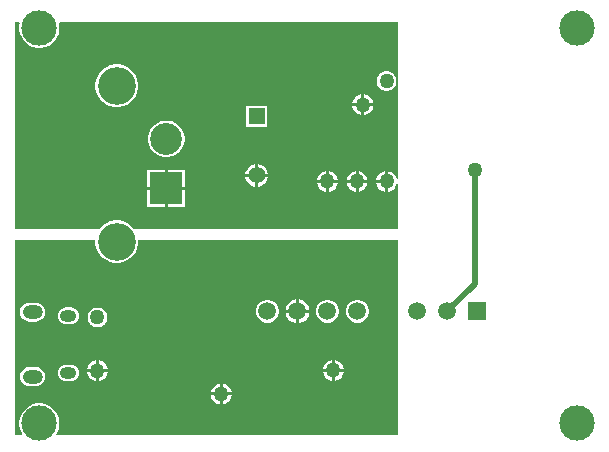
<source format=gbl>
G04*
G04 #@! TF.GenerationSoftware,Altium Limited,Altium Designer,21.7.1 (17)*
G04*
G04 Layer_Physical_Order=2*
G04 Layer_Color=16711680*
%FSLAX25Y25*%
%MOIN*%
G70*
G04*
G04 #@! TF.SameCoordinates,6A9AB2AD-3E5E-4466-BBF7-A39550D9A4E3*
G04*
G04*
G04 #@! TF.FilePolarity,Positive*
G04*
G01*
G75*
%ADD17C,0.01968*%
%ADD48R,0.05937X0.05937*%
%ADD49C,0.05937*%
%ADD50O,0.06693X0.04724*%
%ADD51O,0.05512X0.03937*%
%ADD52R,0.10630X0.10630*%
%ADD53C,0.10630*%
%ADD54C,0.12598*%
%ADD55R,0.05512X0.05512*%
%ADD56C,0.05512*%
%ADD57C,0.11811*%
%ADD58C,0.05000*%
G36*
X129528Y5906D02*
X15792D01*
X15556Y6346D01*
X15774Y6672D01*
X16278Y7890D01*
X16535Y9183D01*
Y10502D01*
X16278Y11795D01*
X15774Y13013D01*
X15041Y14109D01*
X14109Y15041D01*
X13013Y15774D01*
X11795Y16278D01*
X10502Y16535D01*
X9183D01*
X7890Y16278D01*
X6672Y15774D01*
X5576Y15041D01*
X4644Y14109D01*
X3911Y13013D01*
X3407Y11795D01*
X3150Y10502D01*
Y9183D01*
X3407Y7890D01*
X3911Y6672D01*
X4129Y6346D01*
X3893Y5906D01*
X1575D01*
Y70866D01*
X28543D01*
Y69775D01*
X28816Y68405D01*
X29350Y67116D01*
X30125Y65955D01*
X31113Y64968D01*
X32273Y64192D01*
X33563Y63658D01*
X34932Y63386D01*
X36328D01*
X37697Y63658D01*
X38987Y64192D01*
X40147Y64968D01*
X41135Y65955D01*
X41910Y67116D01*
X42444Y68405D01*
X42717Y69775D01*
Y70866D01*
X129528D01*
Y5906D01*
D02*
G37*
G36*
Y91313D02*
X129028Y91247D01*
X128852Y91902D01*
X128391Y92700D01*
X127740Y93352D01*
X126942Y93813D01*
X126091Y94041D01*
Y90551D01*
Y87062D01*
X126942Y87290D01*
X127740Y87751D01*
X128391Y88402D01*
X128852Y89200D01*
X129028Y89855D01*
X129528Y89789D01*
Y74803D01*
X41259D01*
X41135Y74990D01*
X40147Y75977D01*
X38987Y76753D01*
X37697Y77287D01*
X36328Y77559D01*
X34932D01*
X33563Y77287D01*
X32273Y76753D01*
X31113Y75977D01*
X30125Y74990D01*
X30001Y74803D01*
X1575D01*
Y143701D01*
X2900D01*
X3311Y143201D01*
X3150Y142392D01*
Y141073D01*
X3407Y139780D01*
X3911Y138562D01*
X4644Y137466D01*
X5576Y136534D01*
X6672Y135801D01*
X7890Y135297D01*
X9183Y135039D01*
X10502D01*
X11795Y135297D01*
X13013Y135801D01*
X14109Y136534D01*
X15041Y137466D01*
X15774Y138562D01*
X16278Y139780D01*
X16535Y141073D01*
Y142392D01*
X16374Y143201D01*
X16785Y143701D01*
X129528D01*
Y91313D01*
D02*
G37*
%LPC*%
G36*
X96428Y51213D02*
X96406D01*
Y47744D01*
X99874D01*
Y47767D01*
X99604Y48776D01*
X99081Y49681D01*
X98342Y50420D01*
X97437Y50942D01*
X96428Y51213D01*
D02*
G37*
G36*
X95406D02*
X95383D01*
X94374Y50942D01*
X93469Y50420D01*
X92730Y49681D01*
X92207Y48776D01*
X91937Y47767D01*
Y47744D01*
X95406D01*
Y51213D01*
D02*
G37*
G36*
X8563Y50126D02*
X6594D01*
X5772Y50017D01*
X5006Y49700D01*
X4348Y49195D01*
X3843Y48537D01*
X3526Y47771D01*
X3418Y46949D01*
X3526Y46127D01*
X3843Y45360D01*
X4348Y44703D01*
X5006Y44198D01*
X5772Y43880D01*
X6594Y43772D01*
X8563D01*
X9385Y43880D01*
X10151Y44198D01*
X10809Y44703D01*
X11314Y45360D01*
X11631Y46127D01*
X11740Y46949D01*
X11631Y47771D01*
X11314Y48537D01*
X10809Y49195D01*
X10151Y49700D01*
X9385Y50017D01*
X8563Y50126D01*
D02*
G37*
G36*
X116400Y51000D02*
X115411D01*
X114456Y50744D01*
X113599Y50250D01*
X112900Y49550D01*
X112406Y48694D01*
X112150Y47739D01*
Y46750D01*
X112406Y45794D01*
X112900Y44938D01*
X113599Y44239D01*
X114456Y43744D01*
X115411Y43488D01*
X116400D01*
X117355Y43744D01*
X118212Y44239D01*
X118911Y44938D01*
X119405Y45794D01*
X119661Y46750D01*
Y47739D01*
X119405Y48694D01*
X118911Y49550D01*
X118212Y50250D01*
X117355Y50744D01*
X116400Y51000D01*
D02*
G37*
G36*
X106400D02*
X105411D01*
X104456Y50744D01*
X103599Y50250D01*
X102900Y49550D01*
X102406Y48694D01*
X102150Y47739D01*
Y46750D01*
X102406Y45794D01*
X102900Y44938D01*
X103599Y44239D01*
X104456Y43744D01*
X105411Y43488D01*
X106400D01*
X107355Y43744D01*
X108212Y44239D01*
X108911Y44938D01*
X109405Y45794D01*
X109661Y46750D01*
Y47739D01*
X109405Y48694D01*
X108911Y49550D01*
X108212Y50250D01*
X107355Y50744D01*
X106400Y51000D01*
D02*
G37*
G36*
X86400D02*
X85411D01*
X84456Y50744D01*
X83599Y50250D01*
X82900Y49550D01*
X82406Y48694D01*
X82150Y47739D01*
Y46750D01*
X82406Y45794D01*
X82900Y44938D01*
X83599Y44239D01*
X84456Y43744D01*
X85411Y43488D01*
X86400D01*
X87355Y43744D01*
X88212Y44239D01*
X88911Y44938D01*
X89405Y45794D01*
X89661Y46750D01*
Y47739D01*
X89405Y48694D01*
X88911Y49550D01*
X88212Y50250D01*
X87355Y50744D01*
X86400Y51000D01*
D02*
G37*
G36*
X99874Y46744D02*
X96406D01*
Y43276D01*
X96428D01*
X97437Y43546D01*
X98342Y44069D01*
X99081Y44807D01*
X99604Y45712D01*
X99874Y46722D01*
Y46744D01*
D02*
G37*
G36*
X95406D02*
X91937D01*
Y46722D01*
X92207Y45712D01*
X92730Y44807D01*
X93469Y44069D01*
X94374Y43546D01*
X95383Y43276D01*
X95406D01*
Y46744D01*
D02*
G37*
G36*
X20295Y48547D02*
X18721D01*
X18001Y48453D01*
X17331Y48175D01*
X16755Y47733D01*
X16313Y47157D01*
X16036Y46487D01*
X15941Y45768D01*
X16036Y45048D01*
X16313Y44378D01*
X16755Y43802D01*
X17331Y43360D01*
X18001Y43083D01*
X18721Y42988D01*
X20295D01*
X21015Y43083D01*
X21685Y43360D01*
X22261Y43802D01*
X22703Y44378D01*
X22980Y45048D01*
X23075Y45768D01*
X22980Y46487D01*
X22703Y47157D01*
X22261Y47733D01*
X21685Y48175D01*
X21015Y48453D01*
X20295Y48547D01*
D02*
G37*
G36*
X29665Y48465D02*
X28800D01*
X27963Y48241D01*
X27214Y47808D01*
X26602Y47196D01*
X26169Y46446D01*
X25945Y45610D01*
Y44744D01*
X26169Y43908D01*
X26602Y43159D01*
X27214Y42547D01*
X27963Y42114D01*
X28800Y41890D01*
X29665D01*
X30501Y42114D01*
X31251Y42547D01*
X31863Y43159D01*
X32296Y43908D01*
X32520Y44744D01*
Y45610D01*
X32296Y46446D01*
X31863Y47196D01*
X31251Y47808D01*
X30501Y48241D01*
X29665Y48465D01*
D02*
G37*
G36*
X108374Y31049D02*
Y28059D01*
X111363D01*
X111135Y28910D01*
X110675Y29708D01*
X110023Y30360D01*
X109225Y30821D01*
X108374Y31049D01*
D02*
G37*
G36*
X107374D02*
X106523Y30821D01*
X105725Y30360D01*
X105073Y29708D01*
X104613Y28910D01*
X104385Y28059D01*
X107374D01*
Y31049D01*
D02*
G37*
G36*
X29732Y30950D02*
Y27961D01*
X32722D01*
X32494Y28812D01*
X32033Y29610D01*
X31381Y30261D01*
X30583Y30722D01*
X29732Y30950D01*
D02*
G37*
G36*
X28732D02*
X27881Y30722D01*
X27083Y30261D01*
X26432Y29610D01*
X25971Y28812D01*
X25743Y27961D01*
X28732D01*
Y30950D01*
D02*
G37*
G36*
X111363Y27059D02*
X108374D01*
Y24070D01*
X109225Y24298D01*
X110023Y24758D01*
X110675Y25410D01*
X111135Y26208D01*
X111363Y27059D01*
D02*
G37*
G36*
X107374D02*
X104385D01*
X104613Y26208D01*
X105073Y25410D01*
X105725Y24758D01*
X106523Y24298D01*
X107374Y24070D01*
Y27059D01*
D02*
G37*
G36*
X32722Y26961D02*
X29732D01*
Y23971D01*
X30583Y24199D01*
X31381Y24660D01*
X32033Y25312D01*
X32494Y26110D01*
X32722Y26961D01*
D02*
G37*
G36*
X28732D02*
X25743D01*
X25971Y26110D01*
X26432Y25312D01*
X27083Y24660D01*
X27881Y24199D01*
X28732Y23971D01*
Y26961D01*
D02*
G37*
G36*
X20295Y29453D02*
X18721D01*
X18001Y29358D01*
X17331Y29081D01*
X16755Y28639D01*
X16313Y28063D01*
X16036Y27393D01*
X15941Y26673D01*
X16036Y25954D01*
X16313Y25283D01*
X16755Y24708D01*
X17331Y24266D01*
X18001Y23988D01*
X18721Y23893D01*
X20295D01*
X21015Y23988D01*
X21685Y24266D01*
X22261Y24708D01*
X22703Y25283D01*
X22980Y25954D01*
X23075Y26673D01*
X22980Y27393D01*
X22703Y28063D01*
X22261Y28639D01*
X21685Y29081D01*
X21015Y29358D01*
X20295Y29453D01*
D02*
G37*
G36*
X8563Y28669D02*
X6594D01*
X5772Y28561D01*
X5006Y28243D01*
X4348Y27738D01*
X3843Y27081D01*
X3526Y26314D01*
X3418Y25492D01*
X3526Y24670D01*
X3843Y23904D01*
X4348Y23246D01*
X5006Y22741D01*
X5772Y22424D01*
X6594Y22315D01*
X8563D01*
X9385Y22424D01*
X10151Y22741D01*
X10809Y23246D01*
X11314Y23904D01*
X11631Y24670D01*
X11740Y25492D01*
X11631Y26314D01*
X11314Y27081D01*
X10809Y27738D01*
X10151Y28243D01*
X9385Y28561D01*
X8563Y28669D01*
D02*
G37*
G36*
X70972Y23175D02*
Y20185D01*
X73962D01*
X73734Y21036D01*
X73273Y21834D01*
X72622Y22486D01*
X71823Y22946D01*
X70972Y23175D01*
D02*
G37*
G36*
X69972D02*
X69121Y22946D01*
X68323Y22486D01*
X67672Y21834D01*
X67211Y21036D01*
X66983Y20185D01*
X69972D01*
Y23175D01*
D02*
G37*
G36*
X73962Y19185D02*
X70972D01*
Y16196D01*
X71823Y16424D01*
X72622Y16884D01*
X73273Y17536D01*
X73734Y18334D01*
X73962Y19185D01*
D02*
G37*
G36*
X69972D02*
X66983D01*
X67211Y18334D01*
X67672Y17536D01*
X68323Y16884D01*
X69121Y16424D01*
X69972Y16196D01*
Y19185D01*
D02*
G37*
G36*
X126023Y127303D02*
X125158D01*
X124322Y127079D01*
X123572Y126646D01*
X122960Y126034D01*
X122527Y125285D01*
X122303Y124449D01*
Y123583D01*
X122527Y122747D01*
X122960Y121997D01*
X123572Y121385D01*
X124322Y120952D01*
X125158Y120728D01*
X126023D01*
X126859Y120952D01*
X127609Y121385D01*
X128221Y121997D01*
X128654Y122747D01*
X128878Y123583D01*
Y124449D01*
X128654Y125285D01*
X128221Y126034D01*
X127609Y126646D01*
X126859Y127079D01*
X126023Y127303D01*
D02*
G37*
G36*
X118217Y119631D02*
Y116642D01*
X121206D01*
X120978Y117493D01*
X120517Y118291D01*
X119866Y118942D01*
X119068Y119403D01*
X118217Y119631D01*
D02*
G37*
G36*
X117217D02*
X116366Y119403D01*
X115568Y118942D01*
X114916Y118291D01*
X114455Y117493D01*
X114227Y116642D01*
X117217D01*
Y119631D01*
D02*
G37*
G36*
X36328Y129527D02*
X34932D01*
X33563Y129255D01*
X32273Y128721D01*
X31113Y127945D01*
X30125Y126958D01*
X29350Y125798D01*
X28816Y124508D01*
X28543Y123139D01*
Y121743D01*
X28816Y120374D01*
X29350Y119084D01*
X30125Y117923D01*
X31113Y116936D01*
X32273Y116161D01*
X33563Y115627D01*
X34932Y115354D01*
X36328D01*
X37697Y115627D01*
X38987Y116161D01*
X40147Y116936D01*
X41135Y117923D01*
X41910Y119084D01*
X42444Y120374D01*
X42717Y121743D01*
Y123139D01*
X42444Y124508D01*
X41910Y125798D01*
X41135Y126958D01*
X40147Y127945D01*
X38987Y128721D01*
X37697Y129255D01*
X36328Y129527D01*
D02*
G37*
G36*
X121206Y115642D02*
X118217D01*
Y112652D01*
X119068Y112880D01*
X119866Y113341D01*
X120517Y113993D01*
X120978Y114791D01*
X121206Y115642D01*
D02*
G37*
G36*
X117217D02*
X114227D01*
X114455Y114791D01*
X114916Y113993D01*
X115568Y113341D01*
X116366Y112880D01*
X117217Y112652D01*
Y115642D01*
D02*
G37*
G36*
X85827Y115748D02*
X78740D01*
Y108661D01*
X85827D01*
Y115748D01*
D02*
G37*
G36*
X52766Y110827D02*
X51564D01*
X50385Y110592D01*
X49275Y110132D01*
X48275Y109464D01*
X47425Y108614D01*
X46758Y107615D01*
X46297Y106504D01*
X46063Y105325D01*
Y104123D01*
X46297Y102944D01*
X46758Y101834D01*
X47425Y100834D01*
X48275Y99984D01*
X49275Y99317D01*
X50385Y98857D01*
X51564Y98622D01*
X52766D01*
X53945Y98857D01*
X55056Y99317D01*
X56055Y99984D01*
X56905Y100834D01*
X57573Y101834D01*
X58033Y102944D01*
X58268Y104123D01*
Y105325D01*
X58033Y106504D01*
X57573Y107615D01*
X56905Y108614D01*
X56055Y109464D01*
X55056Y110132D01*
X53945Y110592D01*
X52766Y110827D01*
D02*
G37*
G36*
X82784Y96274D02*
Y93020D01*
X86038D01*
X85783Y93969D01*
X85289Y94826D01*
X84590Y95525D01*
X83733Y96020D01*
X82784Y96274D01*
D02*
G37*
G36*
X81783D02*
X80834Y96020D01*
X79977Y95525D01*
X79278Y94826D01*
X78784Y93969D01*
X78529Y93020D01*
X81783D01*
Y96274D01*
D02*
G37*
G36*
X125091Y94041D02*
X124240Y93813D01*
X123442Y93352D01*
X122790Y92700D01*
X122329Y91902D01*
X122101Y91051D01*
X125091D01*
Y94041D01*
D02*
G37*
G36*
X116248D02*
Y91051D01*
X119237D01*
X119009Y91902D01*
X118549Y92700D01*
X117897Y93352D01*
X117099Y93813D01*
X116248Y94041D01*
D02*
G37*
G36*
X115248D02*
X114397Y93813D01*
X113599Y93352D01*
X112947Y92700D01*
X112487Y91902D01*
X112259Y91051D01*
X115248D01*
Y94041D01*
D02*
G37*
G36*
X106405D02*
Y91051D01*
X109395D01*
X109167Y91902D01*
X108706Y92700D01*
X108055Y93352D01*
X107256Y93813D01*
X106405Y94041D01*
D02*
G37*
G36*
X105405D02*
X104555Y93813D01*
X103756Y93352D01*
X103105Y92700D01*
X102644Y91902D01*
X102416Y91051D01*
X105405D01*
Y94041D01*
D02*
G37*
G36*
X86038Y92020D02*
X82784D01*
Y88765D01*
X83733Y89020D01*
X84590Y89514D01*
X85289Y90214D01*
X85783Y91070D01*
X86038Y92020D01*
D02*
G37*
G36*
X81783D02*
X78529D01*
X78784Y91070D01*
X79278Y90214D01*
X79977Y89514D01*
X80834Y89020D01*
X81783Y88765D01*
Y92020D01*
D02*
G37*
G36*
X58480Y94504D02*
X52665D01*
Y88689D01*
X58480D01*
Y94504D01*
D02*
G37*
G36*
X51665D02*
X45850D01*
Y88689D01*
X51665D01*
Y94504D01*
D02*
G37*
G36*
X125091Y90051D02*
X122101D01*
X122329Y89200D01*
X122790Y88402D01*
X123442Y87751D01*
X124240Y87290D01*
X125091Y87062D01*
Y90051D01*
D02*
G37*
G36*
X119237D02*
X116248D01*
Y87062D01*
X117099Y87290D01*
X117897Y87751D01*
X118549Y88402D01*
X119009Y89200D01*
X119237Y90051D01*
D02*
G37*
G36*
X115248D02*
X112259D01*
X112487Y89200D01*
X112947Y88402D01*
X113599Y87751D01*
X114397Y87290D01*
X115248Y87062D01*
Y90051D01*
D02*
G37*
G36*
X109395D02*
X106405D01*
Y87062D01*
X107256Y87290D01*
X108055Y87751D01*
X108706Y88402D01*
X109167Y89200D01*
X109395Y90051D01*
D02*
G37*
G36*
X105405D02*
X102416D01*
X102644Y89200D01*
X103105Y88402D01*
X103756Y87751D01*
X104555Y87290D01*
X105405Y87062D01*
Y90051D01*
D02*
G37*
G36*
X58480Y87689D02*
X52665D01*
Y81874D01*
X58480D01*
Y87689D01*
D02*
G37*
G36*
X51665D02*
X45850D01*
Y81874D01*
X51665D01*
Y87689D01*
D02*
G37*
%LPD*%
D17*
X145905Y47244D02*
X155118Y56457D01*
Y94488D01*
D48*
X155905Y47244D02*
D03*
D49*
X145905D02*
D03*
X135906D02*
D03*
X115905D02*
D03*
X105905D02*
D03*
X95906D02*
D03*
X85905D02*
D03*
D50*
X7579Y25492D02*
D03*
Y46949D02*
D03*
D51*
X19508Y26673D02*
D03*
Y45768D02*
D03*
D52*
X52165Y88189D02*
D03*
D53*
Y104724D02*
D03*
D54*
X35630Y122441D02*
D03*
Y70472D02*
D03*
D55*
X82284Y112205D02*
D03*
D56*
Y92520D02*
D03*
D57*
X9843Y141732D02*
D03*
X188976D02*
D03*
Y9843D02*
D03*
X9843D02*
D03*
D58*
X105905Y90551D02*
D03*
X155118Y94488D02*
D03*
X117717Y116142D02*
D03*
X115748Y90551D02*
D03*
X125591Y124016D02*
D03*
Y90551D02*
D03*
X107874Y27559D02*
D03*
X29232Y27461D02*
D03*
Y45177D02*
D03*
X70472Y19685D02*
D03*
M02*

</source>
